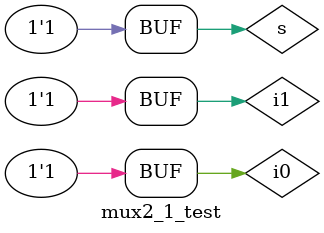
<source format=v>
module mux2_1_test;
  reg i0,i1,s;
  wire y;
  mux2_1 dut(y,i0,i1,s);
  initial begin
    s=1'b0;i0=1'b0;i1=1'b0;
 #5 s=1'b0;i0=1'b0;i1=1'b1;
 #5 s=1'b0;i0=1'b1;i1=1'b0;
 #5 s=1'b0;i0=1'b1;i1=1'b1;
 #5 s=1'b1;i0=1'b0;i1=1'b0;
 #5 s=1'b1;i0=1'b0;i1=1'b1;
 #5 s=1'b1;i0=1'b1;i1=1'b0;
 #5 s=1'b1;i0=1'b1;i1=1'b1;
  end
    initial begin 
    $monitor("sim time=%0t,i0=%b,i1=%b,s=%b,y=%b",$time,i0,i1,s,y);
    $dumpfile("dump.vcd");
      $dumpvars(1,mux2_1_test);
  end 
endmodule
</source>
